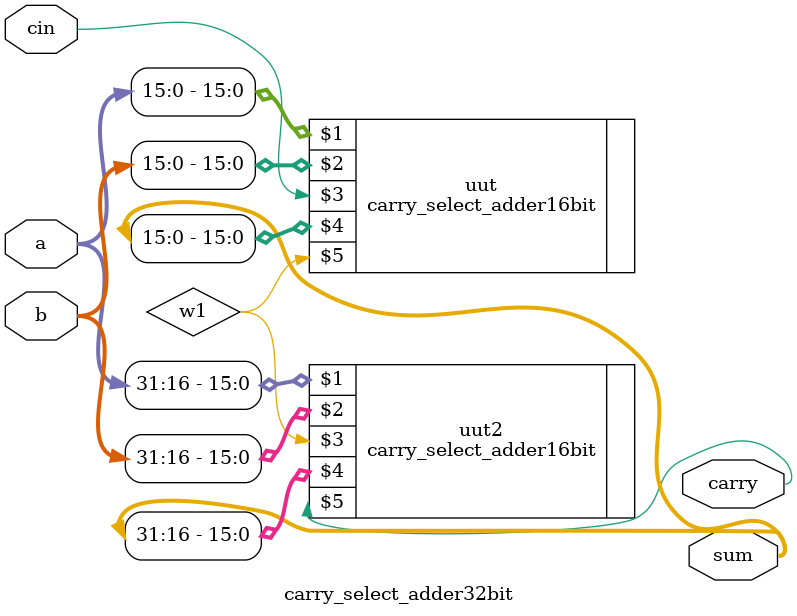
<source format=v>
module carry_select_adder32bit (a,b,cin,sum,carry);
input [31:0]a,b;
input cin;
output [31:0]sum;
output carry;
wire w1;
carry_select_adder16bit  uut(a[15:0],b[15:0],cin,sum[15:0],w1);
carry_select_adder16bit uut2(a[31:16],b[31:16],w1,sum[31:16],carry);
endmodule
</source>
